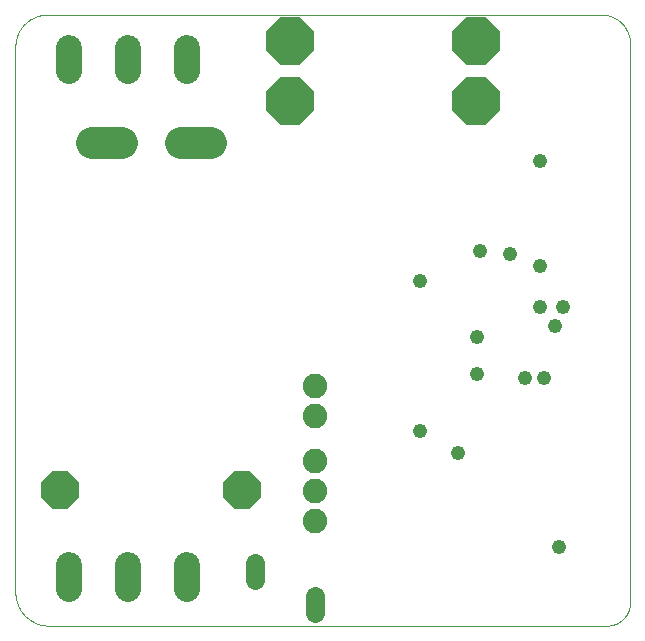
<source format=gbs>
G75*
%MOIN*%
%OFA0B0*%
%FSLAX25Y25*%
%IPPOS*%
%LPD*%
%AMOC8*
5,1,8,0,0,1.08239X$1,22.5*
%
%ADD10C,0.00000*%
%ADD11OC8,0.15800*%
%ADD12C,0.06400*%
%ADD13C,0.10800*%
%ADD14OC8,0.12611*%
%ADD15C,0.08600*%
%ADD16C,0.08200*%
%ADD17C,0.04762*%
D10*
X0012329Y0009583D02*
X0198239Y0009583D01*
X0198428Y0009585D01*
X0198617Y0009592D01*
X0198806Y0009604D01*
X0198995Y0009620D01*
X0199183Y0009640D01*
X0199370Y0009665D01*
X0199557Y0009695D01*
X0199744Y0009729D01*
X0199929Y0009767D01*
X0200113Y0009811D01*
X0200296Y0009858D01*
X0200478Y0009910D01*
X0200659Y0009966D01*
X0200838Y0010027D01*
X0201016Y0010092D01*
X0201192Y0010161D01*
X0201366Y0010235D01*
X0201539Y0010312D01*
X0201710Y0010394D01*
X0201878Y0010480D01*
X0202045Y0010570D01*
X0202209Y0010664D01*
X0202371Y0010762D01*
X0202530Y0010864D01*
X0202688Y0010969D01*
X0202842Y0011079D01*
X0202994Y0011192D01*
X0203143Y0011308D01*
X0203289Y0011429D01*
X0203432Y0011552D01*
X0203572Y0011680D01*
X0203709Y0011810D01*
X0203843Y0011944D01*
X0203973Y0012081D01*
X0204101Y0012221D01*
X0204224Y0012364D01*
X0204345Y0012510D01*
X0204461Y0012659D01*
X0204574Y0012811D01*
X0204684Y0012965D01*
X0204789Y0013123D01*
X0204891Y0013282D01*
X0204989Y0013444D01*
X0205083Y0013608D01*
X0205173Y0013775D01*
X0205259Y0013943D01*
X0205341Y0014114D01*
X0205418Y0014287D01*
X0205492Y0014461D01*
X0205561Y0014637D01*
X0205626Y0014815D01*
X0205687Y0014994D01*
X0205743Y0015175D01*
X0205795Y0015357D01*
X0205842Y0015540D01*
X0205886Y0015724D01*
X0205924Y0015909D01*
X0205958Y0016096D01*
X0205988Y0016283D01*
X0206013Y0016470D01*
X0206033Y0016658D01*
X0206049Y0016847D01*
X0206061Y0017036D01*
X0206068Y0017225D01*
X0206070Y0017414D01*
X0206070Y0203613D01*
X0206067Y0203847D01*
X0206059Y0204080D01*
X0206045Y0204314D01*
X0206025Y0204546D01*
X0205999Y0204779D01*
X0205969Y0205010D01*
X0205932Y0205241D01*
X0205890Y0205471D01*
X0205842Y0205700D01*
X0205789Y0205927D01*
X0205730Y0206154D01*
X0205666Y0206378D01*
X0205597Y0206602D01*
X0205522Y0206823D01*
X0205442Y0207042D01*
X0205356Y0207260D01*
X0205265Y0207475D01*
X0205169Y0207688D01*
X0205068Y0207899D01*
X0204962Y0208107D01*
X0204851Y0208313D01*
X0204735Y0208516D01*
X0204614Y0208716D01*
X0204489Y0208913D01*
X0204358Y0209107D01*
X0204223Y0209297D01*
X0204083Y0209485D01*
X0203939Y0209669D01*
X0203791Y0209849D01*
X0203638Y0210026D01*
X0203481Y0210199D01*
X0203320Y0210368D01*
X0203154Y0210534D01*
X0202985Y0210695D01*
X0202812Y0210852D01*
X0202635Y0211005D01*
X0202455Y0211153D01*
X0202271Y0211297D01*
X0202083Y0211437D01*
X0201893Y0211572D01*
X0201699Y0211703D01*
X0201502Y0211828D01*
X0201302Y0211949D01*
X0201099Y0212065D01*
X0200893Y0212176D01*
X0200685Y0212282D01*
X0200474Y0212383D01*
X0200261Y0212479D01*
X0200046Y0212570D01*
X0199828Y0212656D01*
X0199609Y0212736D01*
X0199388Y0212811D01*
X0199164Y0212880D01*
X0198940Y0212944D01*
X0198713Y0213003D01*
X0198486Y0213056D01*
X0198257Y0213104D01*
X0198027Y0213146D01*
X0197796Y0213183D01*
X0197565Y0213213D01*
X0197332Y0213239D01*
X0197100Y0213259D01*
X0196866Y0213273D01*
X0196633Y0213281D01*
X0196399Y0213284D01*
X0011812Y0213284D01*
X0011554Y0213281D01*
X0011297Y0213272D01*
X0011040Y0213256D01*
X0010783Y0213234D01*
X0010527Y0213206D01*
X0010271Y0213172D01*
X0010017Y0213132D01*
X0009763Y0213085D01*
X0009511Y0213033D01*
X0009260Y0212974D01*
X0009011Y0212909D01*
X0008763Y0212839D01*
X0008517Y0212762D01*
X0008273Y0212680D01*
X0008031Y0212591D01*
X0007791Y0212497D01*
X0007554Y0212397D01*
X0007319Y0212291D01*
X0007086Y0212180D01*
X0006857Y0212063D01*
X0006630Y0211940D01*
X0006406Y0211812D01*
X0006186Y0211679D01*
X0005969Y0211540D01*
X0005755Y0211396D01*
X0005544Y0211248D01*
X0005338Y0211094D01*
X0005135Y0210935D01*
X0004936Y0210771D01*
X0004741Y0210602D01*
X0004550Y0210429D01*
X0004364Y0210251D01*
X0004182Y0210069D01*
X0004004Y0209883D01*
X0003831Y0209692D01*
X0003662Y0209497D01*
X0003498Y0209298D01*
X0003339Y0209095D01*
X0003185Y0208889D01*
X0003037Y0208678D01*
X0002893Y0208464D01*
X0002754Y0208247D01*
X0002621Y0208027D01*
X0002493Y0207803D01*
X0002370Y0207576D01*
X0002253Y0207347D01*
X0002142Y0207114D01*
X0002036Y0206879D01*
X0001936Y0206642D01*
X0001842Y0206402D01*
X0001753Y0206160D01*
X0001671Y0205916D01*
X0001594Y0205670D01*
X0001524Y0205422D01*
X0001459Y0205173D01*
X0001400Y0204922D01*
X0001348Y0204670D01*
X0001301Y0204416D01*
X0001261Y0204162D01*
X0001227Y0203906D01*
X0001199Y0203650D01*
X0001177Y0203393D01*
X0001161Y0203136D01*
X0001152Y0202879D01*
X0001149Y0202621D01*
X0001149Y0020764D01*
X0001152Y0020494D01*
X0001162Y0020224D01*
X0001178Y0019954D01*
X0001201Y0019685D01*
X0001231Y0019416D01*
X0001266Y0019149D01*
X0001309Y0018882D01*
X0001357Y0018616D01*
X0001412Y0018352D01*
X0001474Y0018088D01*
X0001542Y0017827D01*
X0001616Y0017567D01*
X0001696Y0017309D01*
X0001783Y0017053D01*
X0001876Y0016800D01*
X0001974Y0016548D01*
X0002079Y0016299D01*
X0002190Y0016053D01*
X0002307Y0015809D01*
X0002430Y0015568D01*
X0002558Y0015331D01*
X0002692Y0015096D01*
X0002832Y0014865D01*
X0002977Y0014637D01*
X0003128Y0014413D01*
X0003284Y0014193D01*
X0003446Y0013976D01*
X0003612Y0013763D01*
X0003784Y0013555D01*
X0003961Y0013350D01*
X0004142Y0013150D01*
X0004329Y0012955D01*
X0004520Y0012764D01*
X0004715Y0012577D01*
X0004915Y0012396D01*
X0005120Y0012219D01*
X0005328Y0012047D01*
X0005541Y0011881D01*
X0005758Y0011719D01*
X0005978Y0011563D01*
X0006202Y0011412D01*
X0006430Y0011267D01*
X0006661Y0011127D01*
X0006896Y0010993D01*
X0007133Y0010865D01*
X0007374Y0010742D01*
X0007618Y0010625D01*
X0007864Y0010514D01*
X0008113Y0010409D01*
X0008365Y0010311D01*
X0008618Y0010218D01*
X0008874Y0010131D01*
X0009132Y0010051D01*
X0009392Y0009977D01*
X0009653Y0009909D01*
X0009917Y0009847D01*
X0010181Y0009792D01*
X0010447Y0009744D01*
X0010714Y0009701D01*
X0010981Y0009666D01*
X0011250Y0009636D01*
X0011519Y0009613D01*
X0011789Y0009597D01*
X0012059Y0009587D01*
X0012329Y0009584D01*
D11*
X0092649Y0184583D03*
X0092649Y0204583D03*
X0154649Y0204583D03*
X0154649Y0184583D03*
D12*
X0081149Y0030383D02*
X0081149Y0024783D01*
X0101149Y0019383D02*
X0101149Y0013783D01*
D13*
X0066227Y0170528D02*
X0056227Y0170528D01*
X0036542Y0170528D02*
X0026542Y0170528D01*
D14*
X0016070Y0054780D03*
X0076700Y0054780D03*
D15*
X0058349Y0029733D02*
X0058349Y0021933D01*
X0038649Y0021933D02*
X0038649Y0029733D01*
X0018949Y0029733D02*
X0018949Y0021933D01*
X0018949Y0194433D02*
X0018949Y0202233D01*
X0038649Y0202233D02*
X0038649Y0194433D01*
X0058349Y0194433D02*
X0058349Y0202233D01*
D16*
X0101149Y0089583D03*
X0101149Y0079583D03*
X0101149Y0064583D03*
X0101149Y0054583D03*
X0101149Y0044583D03*
D17*
X0136149Y0074583D03*
X0148590Y0067024D03*
X0154899Y0093333D03*
X0154899Y0105833D03*
X0171149Y0092083D03*
X0177399Y0092083D03*
X0181149Y0109583D03*
X0183649Y0115833D03*
X0176149Y0115833D03*
X0176149Y0129583D03*
X0166149Y0133333D03*
X0156149Y0134583D03*
X0136149Y0124583D03*
X0176149Y0164583D03*
X0182399Y0035833D03*
M02*

</source>
